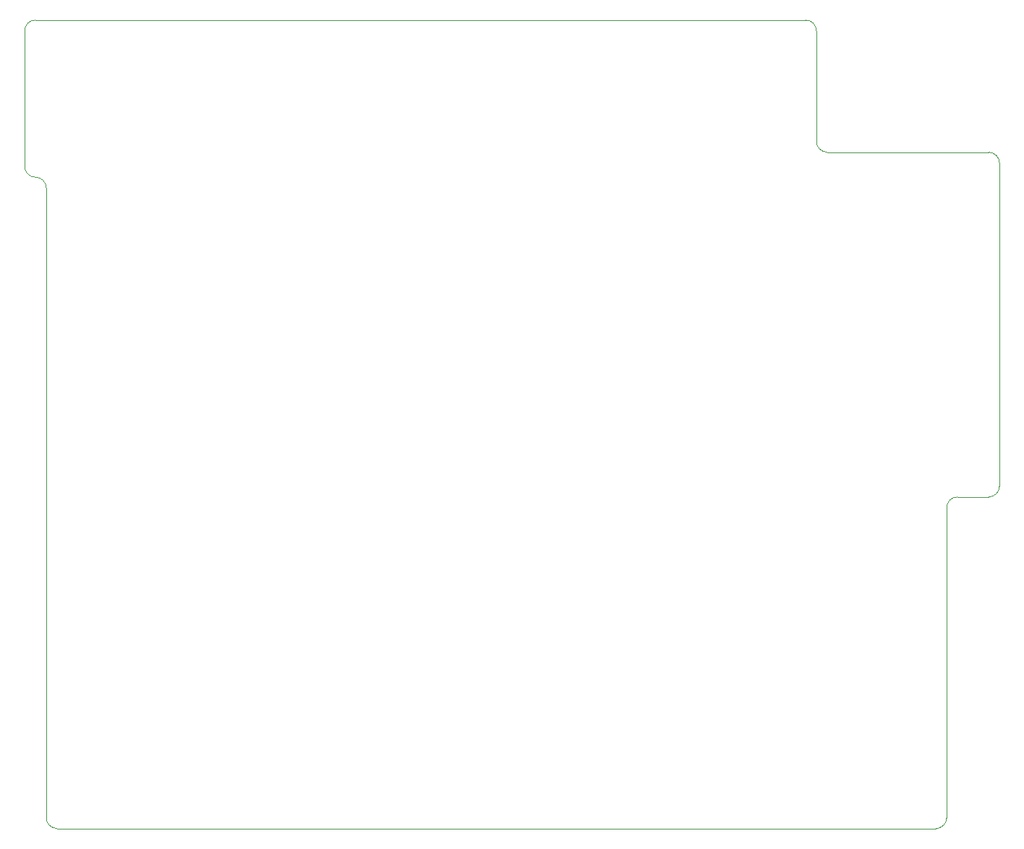
<source format=gbr>
G04 #@! TF.GenerationSoftware,KiCad,Pcbnew,(5.1.9)-1*
G04 #@! TF.CreationDate,2021-06-02T08:08:49+01:00*
G04 #@! TF.ProjectId,Greaseweazle F1 Plus Gotek,47726561-7365-4776-9561-7a6c65204631,1*
G04 #@! TF.SameCoordinates,PX6312cb0PY6bcb370*
G04 #@! TF.FileFunction,Profile,NP*
%FSLAX46Y46*%
G04 Gerber Fmt 4.6, Leading zero omitted, Abs format (unit mm)*
G04 Created by KiCad (PCBNEW (5.1.9)-1) date 2021-06-02 08:08:49*
%MOMM*%
%LPD*%
G01*
G04 APERTURE LIST*
G04 #@! TA.AperFunction,Profile*
%ADD10C,0.050000*%
G04 #@! TD*
G04 APERTURE END LIST*
D10*
X-9906000Y56515000D02*
G75*
G02*
X-8636000Y55245000I0J-1270000D01*
G01*
X-9906000Y56515000D02*
G75*
G02*
X-11176000Y57785000I0J1270000D01*
G01*
X-11176000Y73660000D02*
X-11176000Y57785000D01*
X101694000Y19050000D02*
X98044000Y19050000D01*
X96774000Y17780000D02*
X96774000Y-18542000D01*
X96774000Y-18542000D02*
G75*
G02*
X95504000Y-19812000I-1270000J0D01*
G01*
X95504000Y-19812000D02*
X-7366000Y-19812000D01*
X82804000Y59436000D02*
G75*
G02*
X81534000Y60706000I0J1270000D01*
G01*
X101694000Y59436000D02*
X82804000Y59436000D01*
X81534000Y73652000D02*
X81534000Y60706000D01*
X80264000Y74930025D02*
G75*
G02*
X81534000Y73652000I0J-1270025D01*
G01*
X96774000Y17780000D02*
G75*
G02*
X98044000Y19050000I1270000J0D01*
G01*
X102964000Y20320000D02*
G75*
G02*
X101694000Y19050000I-1270000J0D01*
G01*
X-7366000Y-19812000D02*
G75*
G02*
X-8636000Y-18542000I0J1270000D01*
G01*
X101694000Y59436000D02*
G75*
G02*
X102964000Y58166000I0J-1270000D01*
G01*
X-11176000Y73660000D02*
G75*
G02*
X-9906000Y74930000I1270000J0D01*
G01*
X102964000Y58166000D02*
X102964000Y20320000D01*
X-9906000Y74930000D02*
X80264000Y74930025D01*
X-8636000Y55245000D02*
X-8636000Y-18542000D01*
M02*

</source>
